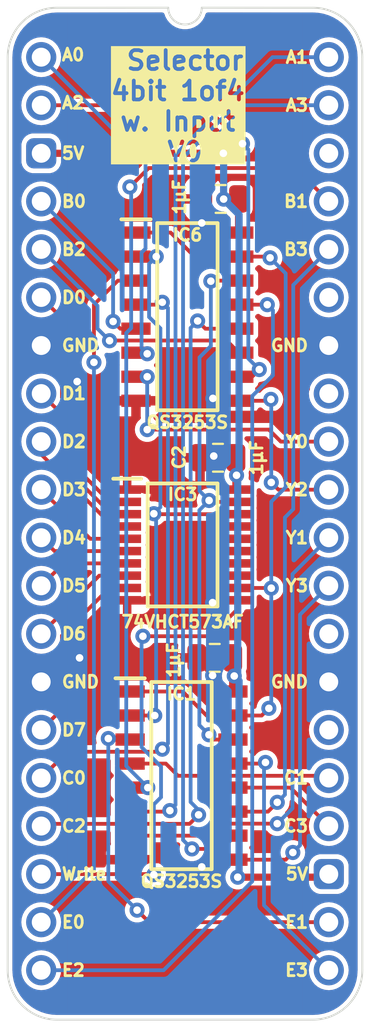
<source format=kicad_pcb>
(kicad_pcb (version 20221018) (generator pcbnew)
  (title_block (title "1 of 4 Selector") (date "2024-03-10") (rev "V0"))
  (layers (0 "F.Cu" signal) (31 "B.Cu" signal) (34 "B.Paste" user) (35 "F.Paste" user) (36 "B.SilkS" user "B.Silkscreen") (37 "F.SilkS" user "F.Silkscreen") (38 "B.Mask" user) (39 "F.Mask" user) (44 "Edge.Cuts" user))
  (net 0 "")
  (net 1 "GND")
  (net 2 "5V")
  (net 3 "D1")
  (net 4 "C1")
  (net 5 "B1")
  (net 6 "A1")
  (net 7 "Y1")
  (net 8 "Y3")
  (net 9 "A3")
  (net 10 "B3")
  (net 11 "C3")
  (net 12 "D3")
  (net 13 "D0")
  (net 14 "C0")
  (net 15 "B0")
  (net 16 "A0")
  (net 17 "Y0")
  (net 18 "Y2")
  (net 19 "A2")
  (net 20 "B2")
  (net 21 "C2")
  (net 22 "D2")
  (net 27 "/~{E}")
  (net 28 "/S1")
  (net 29 "/S0")
  (net 30 "D4")
  (net 31 "D5")
  (net 32 "D6")
  (net 33 "D7")
  (net 34 "Write Select")
  (net 40 "E1")
  (net 41 "E3")
  (net 42 "E0")
  (net 43 "E2")
  (footprint "SamacSys_Parts:SOIC127P602X173-16N" (layer "F.Cu") (at 96.335 96.393)
    (fp_text reference "IC1" (at 0 -4.318) (layer "F.SilkS") (effects (font (size 0.635 0.635))))
    (fp_text value "QS3253S1G" hide)
    (fp_text user "${Silkscreen}" (at 0 5.588) (layer "F.SilkS") (effects (font (size 0.635 0.635))))
    (fp_line (start -3.5 -5.145) (end -1.95 -5.145) (stroke (width 0.2)) (layer "F.SilkS"))
    (fp_line (start -1.6 -4.946) (end 1.6 -4.946) (stroke (width 0.2)) (layer "F.SilkS"))
    (fp_line (start -1.6 4.946) (end -1.6 -4.946) (stroke (width 0.2)) (layer "F.SilkS"))
    (fp_line (start 1.6 -4.946) (end 1.6 4.946) (stroke (width 0.2)) (layer "F.SilkS"))
    (fp_line (start 1.6 4.946) (end -1.6 4.946) (stroke (width 0.2)) (layer "F.SilkS"))
    (pad "1" smd rect (at -2.725 -4.445 90) (size 0.65 1.55) (layers "F.Cu" "F.Paste" "F.Mask") (net 27 "/~{E}"))
    (pad "2" smd rect (at -2.725 -3.175 90) (size 0.65 1.55) (layers "F.Cu" "F.Paste" "F.Mask") (net 28 "/S1"))
    (pad "3" smd rect (at -2.725 -1.905 90) (size 0.65 1.55) (layers "F.Cu" "F.Paste" "F.Mask") (net 40 "E1"))
    (pad "4" smd rect (at -2.725 -0.635 90) (size 0.65 1.55) (layers "F.Cu" "F.Paste" "F.Mask") (net 4 "C1"))
    (pad "5" smd rect (at -2.725 0.635 90) (size 0.65 1.55) (layers "F.Cu" "F.Paste" "F.Mask") (net 5 "B1"))
    (pad "6" smd rect (at -2.725 1.905 90) (size 0.65 1.55) (layers "F.Cu" "F.Paste" "F.Mask") (net 6 "A1"))
    (pad "7" smd rect (at -2.725 3.175 90) (size 0.65 1.55) (layers "F.Cu" "F.Paste" "F.Mask") (net 7 "Y1"))
    (pad "8" smd rect (at -2.725 4.445 90) (size 0.65 1.55) (layers "F.Cu" "F.Paste" "F.Mask") (net 1 "GND"))
    (pad "9" smd rect (at 2.725 4.445 90) (size 0.65 1.55) (layers "F.Cu" "F.Paste" "F.Mask") (net 8 "Y3"))
    (pad "10" smd rect (at 2.725 3.175 90) (size 0.65 1.55) (layers "F.Cu" "F.Paste" "F.Mask") (net 9 "A3"))
    (pad "11" smd rect (at 2.725 1.905 90) (size 0.65 1.55) (layers "F.Cu" "F.Paste" "F.Mask") (net 10 "B3"))
    (pad "12" smd rect (at 2.725 0.635 90) (size 0.65 1.55) (layers "F.Cu" "F.Paste" "F.Mask") (net 11 "C3"))
    (pad "13" smd rect (at 2.725 -0.635 90) (size 0.65 1.55) (layers "F.Cu" "F.Paste" "F.Mask") (net 41 "E3"))
    (pad "14" smd rect (at 2.725 -1.905 90) (size 0.65 1.55) (layers "F.Cu" "F.Paste" "F.Mask") (net 29 "/S0"))
    (pad "15" smd rect (at 2.725 -3.175 90) (size 0.65 1.55) (layers "F.Cu" "F.Paste" "F.Mask") (net 27 "/~{E}"))
    (pad "16" smd rect (at 2.725 -4.445 90) (size 0.65 1.55) (layers "F.Cu" "F.Paste" "F.Mask") (net 2 "5V"))
  )
  (footprint "SamacSys_Parts:SOIC127P602X173-16N" (layer "F.Cu") (at 96.647 72.136)
    (fp_text reference "IC6" (at 0 -4.318) (layer "F.SilkS") (effects (font (size 0.635 0.635))))
    (fp_text value "QS3253S1G" hide)
    (fp_text user "${Silkscreen}" (at 0 5.588) (layer "F.SilkS") (effects (font (size 0.635 0.635))))
    (fp_line (start -3.5 -5.145) (end -1.95 -5.145) (stroke (width 0.2)) (layer "F.SilkS"))
    (fp_line (start -1.6 -4.946) (end 1.6 -4.946) (stroke (width 0.2)) (layer "F.SilkS"))
    (fp_line (start -1.6 4.946) (end -1.6 -4.946) (stroke (width 0.2)) (layer "F.SilkS"))
    (fp_line (start 1.6 -4.946) (end 1.6 4.946) (stroke (width 0.2)) (layer "F.SilkS"))
    (fp_line (start 1.6 4.946) (end -1.6 4.946) (stroke (width 0.2)) (layer "F.SilkS"))
    (pad "1" smd rect (at -2.725 -4.445 90) (size 0.65 1.55) (layers "F.Cu" "F.Paste" "F.Mask") (net 27 "/~{E}"))
    (pad "2" smd rect (at -2.725 -3.175 90) (size 0.65 1.55) (layers "F.Cu" "F.Paste" "F.Mask") (net 28 "/S1"))
    (pad "3" smd rect (at -2.725 -1.905 90) (size 0.65 1.55) (layers "F.Cu" "F.Paste" "F.Mask") (net 42 "E0"))
    (pad "4" smd rect (at -2.725 -0.635 90) (size 0.65 1.55) (layers "F.Cu" "F.Paste" "F.Mask") (net 14 "C0"))
    (pad "5" smd rect (at -2.725 0.635 90) (size 0.65 1.55) (layers "F.Cu" "F.Paste" "F.Mask") (net 15 "B0"))
    (pad "6" smd rect (at -2.725 1.905 90) (size 0.65 1.55) (layers "F.Cu" "F.Paste" "F.Mask") (net 16 "A0"))
    (pad "7" smd rect (at -2.725 3.175 90) (size 0.65 1.55) (layers "F.Cu" "F.Paste" "F.Mask") (net 17 "Y0"))
    (pad "8" smd rect (at -2.725 4.445 90) (size 0.65 1.55) (layers "F.Cu" "F.Paste" "F.Mask") (net 1 "GND"))
    (pad "9" smd rect (at 2.725 4.445 90) (size 0.65 1.55) (layers "F.Cu" "F.Paste" "F.Mask") (net 18 "Y2"))
    (pad "10" smd rect (at 2.725 3.175 90) (size 0.65 1.55) (layers "F.Cu" "F.Paste" "F.Mask") (net 19 "A2"))
    (pad "11" smd rect (at 2.725 1.905 90) (size 0.65 1.55) (layers "F.Cu" "F.Paste" "F.Mask") (net 20 "B2"))
    (pad "12" smd rect (at 2.725 0.635 90) (size 0.65 1.55) (layers "F.Cu" "F.Paste" "F.Mask") (net 21 "C2"))
    (pad "13" smd rect (at 2.725 -0.635 90) (size 0.65 1.55) (layers "F.Cu" "F.Paste" "F.Mask") (net 43 "E2"))
    (pad "14" smd rect (at 2.725 -1.905 90) (size 0.65 1.55) (layers "F.Cu" "F.Paste" "F.Mask") (net 29 "/S0"))
    (pad "15" smd rect (at 2.725 -3.175 90) (size 0.65 1.55) (layers "F.Cu" "F.Paste" "F.Mask") (net 27 "/~{E}"))
    (pad "16" smd rect (at 2.725 -4.445 90) (size 0.65 1.55) (layers "F.Cu" "F.Paste" "F.Mask") (net 2 "5V"))
  )
  (footprint "SamacSys_Parts:DIP-40_Board_W15.24mm" (layer "F.Cu") (at 88.9 58.42)
    (fp_text reference "J2" hide)
    (fp_text value "Conn_02x16_Counter_Clockwise" hide)
    (fp_line (start -1.778 48.26) (end -1.778 0) (stroke (width 0.1)) (layer "Edge.Cuts"))
    (fp_line (start 6.731 -2.6162) (end 0.835732 -2.613732) (stroke (width 0.1)) (layer "Edge.Cuts"))
    (fp_line (start 14.404267 -2.613733) (end 8.509 -2.6162) (stroke (width 0.1)) (layer "Edge.Cuts"))
    (fp_line (start 14.404268 50.873732) (end 0.835733 50.873733) (stroke (width 0.1)) (layer "Edge.Cuts"))
    (fp_line (start 17.018 48.26) (end 17.017999 -0.000001) (stroke (width 0.1)) (layer "Edge.Cuts"))
    (fp_arc (start -1.778 0) (mid -1.012456 -1.848188) (end 0.835732 -2.613732) (stroke (width 0.1)) (layer "Edge.Cuts"))
    (fp_arc (start 0.835733 50.873733) (mid -1.012457 50.108189) (end -1.778 48.26) (stroke (width 0.1)) (layer "Edge.Cuts"))
    (fp_arc (start 8.509 -2.6162) (mid 7.62 -1.7272) (end 6.731 -2.6162) (stroke (width 0.1)) (layer "Edge.Cuts"))
    (fp_arc (start 14.404267 -2.613733) (mid 16.252457 -1.84819) (end 17.017999 -0.000001) (stroke (width 0.1)) (layer "Edge.Cuts"))
    (fp_arc (start 17.018 48.26) (mid 16.252456 50.108187) (end 14.404268 50.873732) (stroke (width 0.1)) (layer "Edge.Cuts"))
    (pad "1" thru_hole circle (at 0 0) (size 1.6 1.6) (drill 1) (layers "*.Cu" "*.Mask") (net 16 "A0"))
    (pad "2" thru_hole oval (at 0 2.54) (size 1.6 1.6) (drill 1) (layers "*.Cu" "*.Mask") (net 19 "A2"))
    (pad "3" thru_hole roundrect (at 0 5.08) (size 1.6 1.6) (drill 1) (layers "*.Cu" "*.Mask") (net 2 "5V"))
    (pad "4" thru_hole oval (at 0 7.62) (size 1.6 1.6) (drill 1) (layers "*.Cu" "*.Mask") (net 15 "B0"))
    (pad "5" thru_hole oval (at 0 10.16) (size 1.6 1.6) (drill 1) (layers "*.Cu" "*.Mask") (net 20 "B2"))
    (pad "6" thru_hole oval (at 0 12.7) (size 1.6 1.6) (drill 1) (layers "*.Cu" "*.Mask") (net 13 "D0"))
    (pad "7" thru_hole rect (at 0 15.24) (size 1.6 1.6) (drill 1) (layers "*.Cu" "*.Mask") (net 1 "GND"))
    (pad "8" thru_hole oval (at 0 17.78) (size 1.6 1.6) (drill 1) (layers "*.Cu" "*.Mask") (net 3 "D1"))
    (pad "9" thru_hole oval (at 0 20.32) (size 1.6 1.6) (drill 1) (layers "*.Cu" "*.Mask") (net 22 "D2"))
    (pad "10" thru_hole oval (at 0 22.86) (size 1.6 1.6) (drill 1) (layers "*.Cu" "*.Mask") (net 12 "D3"))
    (pad "11" thru_hole oval (at 0 25.4) (size 1.6 1.6) (drill 1) (layers "*.Cu" "*.Mask") (net 30 "D4"))
    (pad "12" thru_hole oval (at 0 27.94) (size 1.6 1.6) (drill 1) (layers "*.Cu" "*.Mask") (net 31 "D5"))
    (pad "13" thru_hole oval (at 0 30.48) (size 1.6 1.6) (drill 1) (layers "*.Cu" "*.Mask") (net 32 "D6"))
    (pad "14" thru_hole rect (at 0 33.02) (size 1.6 1.6) (drill 1) (layers "*.Cu" "*.Mask") (net 1 "GND"))
    (pad "15" thru_hole oval (at 0 35.56) (size 1.6 1.6) (drill 1) (layers "*.Cu" "*.Mask") (net 33 "D7"))
    (pad "16" thru_hole oval (at 0 38.1) (size 1.6 1.6) (drill 1) (layers "*.Cu" "*.Mask") (net 14 "C0"))
    (pad "17" thru_hole oval (at 0 40.64) (size 1.6 1.6) (drill 1) (layers "*.Cu" "*.Mask") (net 21 "C2"))
    (pad "18" thru_hole oval (at 0 43.18) (size 1.6 1.6) (drill 1) (layers "*.Cu" "*.Mask") (net 34 "Write Select"))
    (pad "19" thru_hole oval (at 0 45.72) (size 1.6 1.6) (drill 1) (layers "*.Cu" "*.Mask") (net 42 "E0"))
    (pad "20" thru_hole oval (at 0 48.26) (size 1.6 1.6) (drill 1) (layers "*.Cu" "*.Mask") (net 43 "E2"))
    (pad "21" thru_hole oval (at 15.24 48.26) (size 1.6 1.6) (drill 1) (layers "*.Cu" "*.Mask") (net 41 "E3"))
    (pad "22" thru_hole oval (at 15.24 45.72) (size 1.6 1.6) (drill 1) (layers "*.Cu" "*.Mask") (net 40 "E1"))
    (pad "23" thru_hole roundrect (at 15.24 43.18) (size 1.6 1.6) (drill 1) (layers "*.Cu" "*.Mask") (net 2 "5V"))
    (pad "24" thru_hole oval (at 15.24 40.64) (size 1.6 1.6) (drill 1) (layers "*.Cu" "*.Mask") (net 11 "C3"))
    (pad "25" thru_hole oval (at 15.24 38.1) (size 1.6 1.6) (drill 1) (layers "*.Cu" "*.Mask") (net 4 "C1"))
    (pad "26" thru_hole oval (at 15.24 35.56) (size 1.6 1.6) (drill 1) (layers "*.Cu" "*.Mask"))
    (pad "27" thru_hole rect (at 15.24 33.02) (size 1.6 1.6) (drill 1) (layers "*.Cu" "*.Mask") (net 1 "GND"))
    (pad "28" thru_hole oval (at 15.24 30.48) (size 1.6 1.6) (drill 1) (layers "*.Cu" "*.Mask"))
    (pad "29" thru_hole oval (at 15.24 27.94) (size 1.6 1.6) (drill 1) (layers "*.Cu" "*.Mask") (net 8 "Y3"))
    (pad "30" thru_hole oval (at 15.24 25.4) (size 1.6 1.6) (drill 1) (layers "*.Cu" "*.Mask") (net 7 "Y1"))
    (pad "31" thru_hole oval (at 15.24 22.86) (size 1.6 1.6) (drill 1) (layers "*.Cu" "*.Mask") (net 18 "Y2"))
    (pad "32" thru_hole oval (at 15.24 20.32) (size 1.6 1.6) (drill 1) (layers "*.Cu" "*.Mask") (net 17 "Y0"))
    (pad "33" thru_hole oval (at 15.24 17.78) (size 1.6 1.6) (drill 1) (layers "*.Cu" "*.Mask"))
    (pad "34" thru_hole rect (at 15.24 15.24) (size 1.6 1.6) (drill 1) (layers "*.Cu" "*.Mask") (net 1 "GND"))
    (pad "35" thru_hole oval (at 15.24 12.7) (size 1.6 1.6) (drill 1) (layers "*.Cu" "*.Mask"))
    (pad "36" thru_hole oval (at 15.24 10.16) (size 1.6 1.6) (drill 1) (layers "*.Cu" "*.Mask") (net 10 "B3"))
    (pad "37" thru_hole oval (at 15.24 7.62) (size 1.6 1.6) (drill 1) (layers "*.Cu" "*.Mask") (net 5 "B1"))
    (pad "38" thru_hole oval (at 15.24 5.08) (size 1.6 1.6) (drill 1) (layers "*.Cu" "*.Mask"))
    (pad "39" thru_hole oval (at 15.24 2.54) (size 1.6 1.6) (drill 1) (layers "*.Cu" "*.Mask") (net 9 "A3"))
    (pad "40" thru_hole oval (at 15.24 0) (size 1.6 1.6) (drill 1) (layers "*.Cu" "*.Mask") (net 6 "A1"))
  )
  (footprint "SamacSys_Parts:C_0805" (layer "F.Cu") (at 98.113 90.17 90)
    (fp_text reference "C3" hide)
    (fp_text value "1μF" (at -0.127 -2.195 90) (layer "F.SilkS") (effects (font (size 0.635 0.635))))
    (fp_line (start -0.735 0.245252) (end -0.735 -0.277252) (stroke (width 0.12)) (layer "F.SilkS"))
    (fp_line (start 0.735 0.245252) (end 0.735 -0.277252) (stroke (width 0.12)) (layer "F.SilkS"))
    (pad "1" smd roundrect (at 0 0.934 180) (size 1 1.45) (layers "F.Cu" "F.Paste" "F.Mask") (net 2 "5V"))
    (pad "2" smd roundrect (at 0 -0.966 180) (size 1 1.45) (layers "F.Cu" "F.Paste" "F.Mask") (net 1 "GND"))
  )
  (footprint "SamacSys_Parts:C_0805" (layer "F.Cu") (at 98.425 65.913 90)
    (fp_text reference "C1" hide)
    (fp_text value "1μF" (at 0.1016 -2.1962 270) (layer "F.SilkS") (effects (font (size 0.635 0.635))))
    (fp_line (start -0.735 0.245252) (end -0.735 -0.277252) (stroke (width 0.12)) (layer "F.SilkS"))
    (fp_line (start 0.735 0.245252) (end 0.735 -0.277252) (stroke (width 0.12)) (layer "F.SilkS"))
    (pad "1" smd roundrect (at 0 0.934 180) (size 1 1.45) (layers "F.Cu" "F.Paste" "F.Mask") (net 2 "5V"))
    (pad "2" smd roundrect (at 0 -0.966 180) (size 1 1.45) (layers "F.Cu" "F.Paste" "F.Mask") (net 1 "GND"))
  )
  (footprint "SamacSys_Parts:SOP65P640X120-20N" (layer "F.Cu") (at 96.393 84.201)
    (fp_text reference "IC3" (at 0 -2.667) (layer "F.SilkS") (effects (font (size 0.635 0.635))))
    (fp_text value "74VHCT573AFT" hide)
    (fp_text user "${Silkscreen}" (at 0 4.064) (layer "F.SilkS") (effects (font (size 0.635 0.635))))
    (fp_line (start -3.675 -3.5) (end -2.2 -3.5) (stroke (width 0.2)) (layer "F.SilkS"))
    (fp_line (start -1.85 -3.25) (end 1.85 -3.25) (stroke (width 0.2)) (layer "F.SilkS"))
    (fp_line (start -1.85 3.25) (end -1.85 -3.25) (stroke (width 0.2)) (layer "F.SilkS"))
    (fp_line (start 1.85 -3.25) (end 1.85 3.25) (stroke (width 0.2)) (layer "F.SilkS"))
    (fp_line (start 1.85 3.25) (end -1.85 3.25) (stroke (width 0.2)) (layer "F.SilkS"))
    (pad "1" smd rect (at -2.938 -2.925 90) (size 0.45 1.475) (layers "F.Cu" "F.Paste" "F.Mask") (net 1 "GND"))
    (pad "2" smd rect (at -2.938 -2.275 90) (size 0.45 1.475) (layers "F.Cu" "F.Paste" "F.Mask") (net 13 "D0"))
    (pad "3" smd rect (at -2.938 -1.625 90) (size 0.45 1.475) (layers "F.Cu" "F.Paste" "F.Mask") (net 3 "D1"))
    (pad "4" smd rect (at -2.938 -0.975 90) (size 0.45 1.475) (layers "F.Cu" "F.Paste" "F.Mask") (net 22 "D2"))
    (pad "5" smd rect (at -2.938 -0.325 90) (size 0.45 1.475) (layers "F.Cu" "F.Paste" "F.Mask") (net 12 "D3"))
    (pad "6" smd rect (at -2.938 0.325 90) (size 0.45 1.475) (layers "F.Cu" "F.Paste" "F.Mask") (net 30 "D4"))
    (pad "7" smd rect (at -2.938 0.975 90) (size 0.45 1.475) (layers "F.Cu" "F.Paste" "F.Mask") (net 31 "D5"))
    (pad "8" smd rect (at -2.938 1.625 90) (size 0.45 1.475) (layers "F.Cu" "F.Paste" "F.Mask") (net 32 "D6"))
    (pad "9" smd rect (at -2.938 2.275 90) (size 0.45 1.475) (layers "F.Cu" "F.Paste" "F.Mask") (net 33 "D7"))
    (pad "10" smd rect (at -2.938 2.925 90) (size 0.45 1.475) (layers "F.Cu" "F.Paste" "F.Mask") (net 1 "GND"))
    (pad "11" smd rect (at 2.938 2.925 90) (size 0.45 1.475) (layers "F.Cu" "F.Paste" "F.Mask") (net 34 "Write Select"))
    (pad "12" smd rect (at 2.938 2.275 90) (size 0.45 1.475) (layers "F.Cu" "F.Paste" "F.Mask") (net 27 "/~{E}"))
    (pad "13" smd rect (at 2.938 1.625 90) (size 0.45 1.475) (layers "F.Cu" "F.Paste" "F.Mask"))
    (pad "14" smd rect (at 2.938 0.975 90) (size 0.45 1.475) (layers "F.Cu" "F.Paste" "F.Mask"))
    (pad "15" smd rect (at 2.938 0.325 90) (size 0.45 1.475) (layers "F.Cu" "F.Paste" "F.Mask"))
    (pad "16" smd rect (at 2.938 -0.325 90) (size 0.45 1.475) (layers "F.Cu" "F.Paste" "F.Mask"))
    (pad "17" smd rect (at 2.938 -0.975 90) (size 0.45 1.475) (layers "F.Cu" "F.Paste" "F.Mask"))
    (pad "18" smd rect (at 2.938 -1.625 90) (size 0.45 1.475) (layers "F.Cu" "F.Paste" "F.Mask") (net 28 "/S1"))
    (pad "19" smd rect (at 2.938 -2.275 90) (size 0.45 1.475) (layers "F.Cu" "F.Paste" "F.Mask") (net 29 "/S0"))
    (pad "20" smd rect (at 2.938 -2.925 90) (size 0.45 1.475) (layers "F.Cu" "F.Paste" "F.Mask") (net 2 "5V"))
  )
  (footprint "SamacSys_Parts:C_0805" (layer "F.Cu") (at 98.284 79.593 90)
    (fp_text reference "C2" (at 0.027 -2.075 90) (layer "F.SilkS") (effects (font (size 0.635 0.635))))
    (fp_text value "1μF" (at 0 2.032 90) (layer "F.SilkS") (effects (font (size 0.635 0.635))))
    (fp_line (start -0.735 0.245252) (end -0.735 -0.277252) (stroke (width 0.12)) (layer "F.SilkS"))
    (fp_line (start 0.735 0.245252) (end 0.735 -0.277252) (stroke (width 0.12)) (layer "F.SilkS"))
    (pad "1" smd roundrect (at 0 0.934 180) (size 1 1.45) (layers "F.Cu" "F.Paste" "F.Mask") (net 2 "5V"))
    (pad "2" smd roundrect (at 0 -0.966 180) (size 1 1.45) (layers "F.Cu" "F.Paste" "F.Mask") (net 1 "GND"))
  )
  (gr_text "E0" (at 89.916 104.14) (layer "F.SilkS") (effects (font (size 0.635 0.635)) (justify left)))
  (gr_text "B0" (at 89.916 66.04) (layer "F.SilkS") (effects (font (size 0.635 0.635)) (justify left)))
  (gr_text "D5" (at 89.916 86.36) (layer "F.SilkS") (effects (font (size 0.635 0.635)) (justify left)))
  (gr_text "Y3" (at 103.124 86.36) (layer "F.SilkS") (effects (font (size 0.635 0.635)) (justify right)))
  (gr_text "A3" (at 103.124 60.96) (layer "F.SilkS") (effects (font (size 0.635 0.635)) (justify right)))
  (gr_text "5V" (at 89.916 63.5) (layer "F.SilkS") (effects (font (size 0.635 0.635)) (justify left)))
  (gr_text "5V" (at 103.124 101.6) (layer "F.SilkS") (effects (font (size 0.635 0.635)) (justify right)))
  (gr_text "A1" (at 103.124 58.42) (layer "F.SilkS") (effects (font (size 0.635 0.635)) (justify right)))
  (gr_text "GND" (at 89.916 91.44) (layer "F.SilkS") (effects (font (size 0.635 0.635)) (justify left)))
  (gr_text "E3" (at 103.124 106.68) (layer "F.SilkS") (effects (font (size 0.635 0.635)) (justify right)))
  (gr_text "A0" (at 89.916 58.293) (layer "F.SilkS") (effects (font (size 0.635 0.635)) (justify left)))
  (gr_text "GND" (at 103.124 91.44) (layer "F.SilkS") (effects (font (size 0.635 0.635)) (justify right)))
  (gr_text "E1" (at 103.124 104.14) (layer "F.SilkS") (effects (font (size 0.635 0.635)) (justify right)))
  (gr_text "B1" (at 103.124 66.04) (layer "F.SilkS") (effects (font (size 0.635 0.635)) (justify right)))
  (gr_text "Write" (at 89.916 101.6) (layer "F.SilkS") (effects (font (size 0.635 0.635)) (justify left)))
  (gr_text "B2" (at 89.916 68.58) (layer "F.SilkS") (effects (font (size 0.635 0.635)) (justify left)))
  (gr_text "Y2" (at 103.124 81.28) (layer "F.SilkS") (effects (font (size 0.635 0.635)) (justify right)))
  (gr_text "Y1" (at 103.124 83.82) (layer "F.SilkS") (effects (font (size 0.635 0.635)) (justify right)))
  (gr_text "A2" (at 89.916 60.833) (layer "F.SilkS") (effects (font (size 0.635 0.635)) (justify left)))
  (gr_text "D3" (at 89.916 81.28) (layer "F.SilkS") (effects (font (size 0.635 0.635)) (justify left)))
  (gr_text "D2" (at 89.916 78.74) (layer "F.SilkS") (effects (font (size 0.635 0.635)) (justify left)))
  (gr_text "C1" (at 103.124 96.52) (layer "F.SilkS") (effects (font (size 0.635 0.635)) (justify right)))
  (gr_text "C3" (at 103.124 99.06) (layer "F.SilkS") (effects (font (size 0.635 0.635)) (justify right)))
  (gr_text "D0" (at 89.916 71.12) (layer "F.SilkS") (effects (font (size 0.635 0.635)) (justify left)))
  (gr_text "D1" (at 89.916 76.2) (layer "F.SilkS") (effects (font (size 0.635 0.635)) (justify left)))
  (gr_text "D6" (at 89.916 88.9) (layer "F.SilkS") (effects (font (size 0.635 0.635)) (justify left)))
  (gr_text "Y0" (at 103.124 78.74) (layer "F.SilkS") (effects (font (size 0.635 0.635)) (justify right)))
  (gr_text "GND" (at 103.124 73.66) (layer "F.SilkS") (effects (font (size 0.635 0.635)) (justify right)))
  (gr_text "B3" (at 103.124 68.58) (layer "F.SilkS") (effects (font (size 0.635 0.635)) (justify right)))
  (gr_text "D7" (at 89.916 93.98) (layer "F.SilkS") (effects (font (size 0.635 0.635)) (justify left)))
  (gr_text "Selector\n4bit 1of4 \nw. Input \nV0" (at 96.52 64.008) (layer "F.SilkS" knockout) (effects (font (size 1 1) (thickness 0.2) bold) (justify bottom)))
  (gr_text "D4" (at 89.916 83.82) (layer "F.SilkS") (effects (font (size 0.635 0.635)) (justify left)))
  (gr_text "C2" (at 89.916 99.06) (layer "F.SilkS") (effects (font (size 0.635 0.635)) (justify left)))
  (gr_text "E2" (at 89.916 106.68) (layer "F.SilkS") (effects (font (size 0.635 0.635)) (justify left)))
  (gr_text "C0" (at 89.916 96.52) (layer "F.SilkS") (effects (font (size 0.635 0.635)) (justify left)))
  (gr_text "GND" (at 89.916 73.66) (layer "F.SilkS") (effects (font (size 0.635 0.635)) (justify left)))
  (segment (start 90.932 90.17) (end 97.147 90.17) (width 0.38) (layer "F.Cu") (net 1))
  (segment (start 97.997498 76.454) (end 97.870498 76.581) (width 0.38) (layer "F.Cu") (net 1))
  (segment (start 97.997498 76.454) (end 97.997498 77.086498) (width 0.38) (layer "F.Cu") (net 1))
  (segment (start 98.207 77.296) (end 101.6 77.296) (width 0.38) (layer "F.Cu") (net 1))
  (segment (start 97.459 67.133) (end 97.409 67.183) (width 0.38) (layer "F.Cu") (net 1))
  (segment (start 97.147 90.17) (end 97.982 91.005) (width 0.38) (layer "F.Cu") (net 1))
  (segment (start 93.61 100.838) (end 95.377 100.838) (width 0.38) (layer "F.Cu") (net 1))
  (segment (start 97.997498 77.086498) (end 98.207 77.296) (width 0.38) (layer "F.Cu") (net 1))
  (segment (start 97.859 87.126) (end 97.982 87.249) (width 0.38) (layer "F.Cu") (net 1))
  (segment (start 97.953002 79.593) (end 98.044 79.502002) (width 0.38) (layer "F.Cu") (net 1))
  (segment (start 95.377 100.838) (end 95.758 101.219) (width 0.38) (layer "F.Cu") (net 1))
  (segment (start 97.459 65.913) (end 97.459 67.133) (width 0.38) (layer "F.Cu") (net 1))
  (segment (start 95.758 101.219) (end 97.409 101.219) (width 0.38) (layer "F.Cu") (net 1))
  (segment (start 102.362 71.882) (end 102.362 67.285903) (width 0.38) (layer "F.Cu") (net 1))
  (segment (start 98.531903 89.055) (end 97.416903 90.17) (width 0.38) (layer "F.Cu") (net 1))
  (segment (start 101.6 77.296) (end 102.95 75.946) (width 0.38) (layer "F.Cu") (net 1))
  (segment (start 101.755 89.055) (end 98.531903 89.055) (width 0.38) (layer "F.Cu") (net 1))
  (segment (start 93.922 76.581) (end 91.820996 76.581) (width 0.38) (layer "F.Cu") (net 1))
  (segment (start 98.171 64.77) (end 97.459 65.482) (width 0.38) (layer "F.Cu") (net 1))
  (segment (start 91.820996 76.581) (end 90.804996 75.565) (width 0.38) (layer "F.Cu") (net 1))
  (segment (start 104.14 73.66) (end 102.362 71.882) (width 0.38) (layer "F.Cu") (net 1))
  (segment (start 104.14 91.44) (end 101.755 89.055) (width 0.38) (layer "F.Cu") (net 1))
  (segment (start 102.95 75.946) (end 102.95 74.85) (width 0.38) (layer "F.Cu") (net 1))
  (segment (start 97.982 91.005) (end 97.982 91.098672) (width 0.38) (layer "F.Cu") (net 1))
  (segment (start 99.846097 64.77) (end 98.171 64.77) (width 0.38) (layer "F.Cu") (net 1))
  (segment (start 97.318 79.593) (end 97.953002 79.593) (width 0.38) (layer "F.Cu") (net 1))
  (segment (start 93.455 87.126) (end 97.859 87.126) (width 0.38) (layer "F.Cu") (net 1))
  (segment (start 97.870498 76.581) (end 93.922 76.581) (width 0.38) (layer "F.Cu") (net 1))
  (segment (start 102.362 67.285903) (end 99.846097 64.77) (width 0.38) (layer "F.Cu") (net 1))
  (segment (start 102.95 74.85) (end 104.14 73.66) (width 0.38) (layer "F.Cu") (net 1))
  (via (at 97.997498 76.454) (size 0.8) (drill 0.4) (layers "F.Cu" "B.Cu") (net 1))
  (via (at 90.932 90.17) (size 0.8) (drill 0.4) (layers "F.Cu" "B.Cu") (net 1))
  (via (at 97.982 91.098672) (size 0.8) (drill 0.4) (layers "F.Cu" "B.Cu") (net 1))
  (via (at 97.982 87.249) (size 0.8) (drill 0.4) (layers "F.Cu" "B.Cu") (net 1))
  (via (at 97.409 101.219) (size 0.8) (drill 0.4) (layers "F.Cu" "B.Cu") (net 1))
  (via (at 97.409 67.183) (size 0.8) (drill 0.4) (layers "F.Cu" "B.Cu") (net 1))
  (via (at 90.804996 75.565) (size 0.8) (drill 0.4) (layers "F.Cu" "B.Cu") (net 1))
  (via (at 98.044 79.502002) (size 0.8) (drill 0.4) (layers "F.Cu" "B.Cu") (net 1))
  (segment (start 97.409 68.199) (end 98.679 69.469) (width 0.38) (layer "B.Cu") (net 1))
  (segment (start 98.679 69.469) (end 98.679 74.168) (width 0.38) (layer "B.Cu") (net 1))
  (segment (start 89.662 91.44) (end 90.932 90.17) (width 0.38) (layer "B.Cu") (net 1))
  (segment (start 98.044 79.502002) (end 98.044 80.980807) (width 0.38) (layer "B.Cu") (net 1))
  (segment (start 97.997498 79.4555) (end 98.044 79.502002) (width 0.38) (layer "B.Cu") (net 1))
  (segment (start 97.409 67.183) (end 97.409 68.199) (width 0.38) (layer "B.Cu") (net 1))
  (segment (start 90.804996 75.564996) (end 90.804996 75.565) (width 0.38) (layer "B.Cu") (net 1))
  (segment (start 98.806 91.922672) (end 97.982 91.098672) (width 0.38) (layer "B.Cu") (net 1))
  (segment (start 98.679 74.168) (end 98.425 74.422) (width 0.38) (layer "B.Cu") (net 1))
  (segment (start 98.585974 81.522781) (end 98.585974 86.645026) (width 0.38) (layer "B.Cu") (net 1))
  (segment (start 88.9 91.44) (end 89.662 91.44) (width 0.38) (layer "B.Cu") (net 1))
  (segment (start 98.585974 86.645026) (end 97.982 87.249) (width 0.38) (layer "B.Cu") (net 1))
  (segment (start 97.997498 76.454) (end 97.997498 79.4555) (width 0.38) (layer "B.Cu") (net 1))
  (segment (start 98.806 99.822) (end 98.806 91.922672) (width 0.38) (layer "B.Cu") (net 1))
  (segment (start 97.409 101.219) (end 98.806 99.822) (width 0.38) (layer "B.Cu") (net 1))
  (segment (start 98.425 74.422) (end 97.997498 74.849502) (width 0.38) (layer "B.Cu") (net 1))
  (segment (start 97.997498 74.849502) (end 97.997498 76.454) (width 0.38) (layer "B.Cu") (net 1))
  (segment (start 98.044 80.980807) (end 98.585974 81.522781) (width 0.38) (layer "B.Cu") (net 1))
  (segment (start 88.9 73.66) (end 90.804996 75.564996) (width 0.38) (layer "B.Cu") (net 1))
  (segment (start 99.047 90.17) (end 99.047 91.046442) (width 0.38) (layer "F.Cu") (net 2))
  (segment (start 99.218 79.593) (end 99.218 81.163) (width 0.38) (layer "F.Cu") (net 2))
  (segment (start 99.314 101.762502) (end 103.977498 101.762502) (width 0.38) (layer "F.Cu") (net 2))
  (segment (start 98.425 63.5) (end 98.425002 63.499998) (width 0.38) (layer "F.Cu") (net 2))
  (segment (start 99.218 80.484) (end 99.252 80.518) (width 0.38) (layer "F.Cu") (net 2))
  (segment (start 88.9 63.5) (end 98.425 63.5) (width 0.38) (layer "F.Cu") (net 2))
  (segment (start 99.047 90.17) (end 99.047 91.935) (width 0.38) (layer "F.Cu") (net 2))
  (segment (start 98.425002 63.499998) (end 98.552 63.499998) (width 0.38) (layer "F.Cu") (net 2))
  (segment (start 99.359 65.913) (end 98.57623 65.913) (width 0.38) (layer "F.Cu") (net 2))
  (segment (start 99.359 65.913) (end 99.359 67.678) (width 0.38) (layer "F.Cu") (net 2))
  (segment (start 98.57623 65.913) (end 98.567365 65.921865) (width 0.38) (layer "F.Cu") (net 2))
  (segment (start 99.047 91.046442) (end 99.129715 91.129157) (width 0.38) (layer "F.Cu") (net 2))
  (segment (start 99.218 79.593) (end 99.218 80.484) (width 0.38) (layer "F.Cu") (net 2))
  (segment (start 99.218 81.163) (end 99.331 81.276) (width 0.38) (layer "F.Cu") (net 2))
  (via (at 98.552 63.499998) (size 0.8) (drill 0.4) (layers "F.Cu" "B.Cu") (net 2))
  (via (at 98.567365 65.921865) (size 0.8) (drill 0.4) (layers "F.Cu" "B.Cu") (net 2))
  (via (at 99.252 80.518) (size 0.8) (drill 0.4) (layers "F.Cu" "B.Cu") (net 2))
  (via (at 99.129715 91.129157) (size 0.8) (drill 0.4) (layers "F.Cu" "B.Cu") (net 2))
  (via (at 99.314 101.762502) (size 0.8) (drill 0.4) (layers "F.Cu" "B.Cu") (net 2))
  (segment (start 98.552 63.499998) (end 98.567365 63.515363) (width 0.38) (layer "B.Cu") (net 2))
  (segment (start 99.386 101.690502) (end 99.386 91.385442) (width 0.38) (layer "B.Cu") (net 2))
  (segment (start 98.567365 65.921865) (end 99.386 66.7405) (width 0.38) (layer "B.Cu") (net 2))
  (segment (start 98.567365 63.515363) (end 98.567365 65.921865) (width 0.38) (layer "B.Cu") (net 2))
  (segment (start 99.314 101.762502) (end 99.386 101.690502) (width 0.38) (layer "B.Cu") (net 2))
  (segment (start 99.386 66.7405) (end 99.386 80.384) (width 0.38) (layer "B.Cu") (net 2))
  (segment (start 99.252 80.518) (end 99.314 80.58) (width 0.38) (layer "B.Cu") (net 2))
  (segment (start 99.314 90.944872) (end 99.129715 91.129157) (width 0.38) (layer "B.Cu") (net 2))
  (segment (start 99.386 91.385442) (end 99.129715 91.129157) (width 0.38) (layer "B.Cu") (net 2))
  (segment (start 99.314 80.58) (end 99.314 90.944872) (width 0.38) (layer "B.Cu") (net 2))
  (segment (start 99.386 80.384) (end 99.252 80.518) (width 0.38) (layer "B.Cu") (net 2))
  (segment (start 90.043 79.992184) (end 90.043 77.343) (width 0.2) (layer "F.Cu") (net 3))
  (segment (start 92.626816 82.576) (end 90.043 79.992184) (width 0.2) (layer "F.Cu") (net 3))
  (segment (start 93.455 82.576) (end 92.626816 82.576) (width 0.2) (layer "F.Cu") (net 3))
  (segment (start 90.043 77.343) (end 88.9 76.2) (width 0.2) (layer "F.Cu") (net 3))
  (segment (start 96.149 96.403) (end 95.504 95.758) (width 0.2) (layer "F.Cu") (net 4))
  (segment (start 104.023 96.403) (end 96.149 96.403) (width 0.2) (layer "F.Cu") (net 4))
  (segment (start 95.504 95.758) (end 93.61 95.758) (width 0.2) (layer "F.Cu") (net 4))
  (segment (start 102.38 64.28) (end 94.597 64.28) (width 0.2) (layer "F.Cu") (net 5))
  (segment (start 104.14 66.04) (end 102.38 64.28) (width 0.2) (layer "F.Cu") (net 5))
  (segment (start 94.597 64.28) (end 93.599 65.278) (width 0.2) (layer "F.Cu") (net 5))
  (segment (start 93.61 97.028) (end 94.549998 97.028) (width 0.2) (layer "F.Cu") (net 5))
  (via (at 93.599 65.278) (size 0.8) (drill 0.4) (layers "F.Cu" "B.Cu") (net 5))
  (via (at 94.549998 97.028) (size 0.8) (drill 0.4) (layers "F.Cu" "B.Cu") (net 5))
  (segment (start 93.407 72.99796) (end 93.407 95.885002) (width 0.2) (layer "B.Cu") (net 5))
  (segment (start 93.407 95.885002) (end 94.549998 97.028) (width 0.2) (layer "B.Cu") (net 5))
  (segment (start 93.599 65.278) (end 93.667 65.346) (width 0.2) (layer "B.Cu") (net 5))
  (segment (start 93.667 72.73796) (end 93.407 72.99796) (width 0.2) (layer "B.Cu") (net 5))
  (segment (start 93.667 65.346) (end 93.667 72.73796) (width 0.2) (layer "B.Cu") (net 5))
  (segment (start 93.61 98.298) (end 95.662 98.298) (width 0.2) (layer "F.Cu") (net 6))
  (segment (start 95.662 98.298) (end 95.717 98.243) (width 0.2) (layer "F.Cu") (net 6))
  (via (at 95.717 98.243) (size 0.8) (drill 0.4) (layers "F.Cu" "B.Cu") (net 6))
  (segment (start 101.161315 58.42) (end 96.017 63.564315) (width 0.2) (layer "B.Cu") (net 6))
  (segment (start 104.14 58.42) (end 101.161315 58.42) (width 0.2) (layer "B.Cu") (net 6))
  (segment (start 96.017 63.564315) (end 96.017 97.943) (width 0.2) (layer "B.Cu") (net 6))
  (segment (start 96.017 97.943) (end 95.717 98.243) (width 0.2) (layer "B.Cu") (net 6))
  (segment (start 97.438847 99.568) (end 98.073847 98.933) (width 0.2) (layer "F.Cu") (net 7))
  (segment (start 93.61 99.568) (end 97.438847 99.568) (width 0.2) (layer "F.Cu") (net 7))
  (segment (start 98.073847 98.933) (end 101.408008 98.933) (width 0.2) (layer "F.Cu") (net 7))
  (via (at 101.408008 98.933) (size 0.8) (drill 0.4) (layers "F.Cu" "B.Cu") (net 7))
  (segment (start 102.216 98.125008) (end 101.408008 98.933) (width 0.2) (layer "B.Cu") (net 7))
  (segment (start 104.14 83.82) (end 102.216 85.744) (width 0.2) (layer "B.Cu") (net 7))
  (segment (start 102.216 85.744) (end 102.216 98.125008) (width 0.2) (layer "B.Cu") (net 7))
  (segment (start 101.854 100.838) (end 102.235 100.457) (width 0.2) (layer "F.Cu") (net 8))
  (segment (start 99.06 100.838) (end 101.854 100.838) (width 0.2) (layer "F.Cu") (net 8))
  (via (at 102.235 100.457) (size 0.8) (drill 0.4) (layers "F.Cu" "B.Cu") (net 8))
  (segment (start 104.14 86.36) (end 102.616 87.884) (width 0.2) (layer "B.Cu") (net 8))
  (segment (start 102.616 87.884) (end 102.616 100.076) (width 0.2) (layer "B.Cu") (net 8))
  (segment (start 102.616 100.076) (end 102.235 100.457) (width 0.2) (layer "B.Cu") (net 8))
  (segment (start 97.91 100.268) (end 96.887689 100.268) (width 0.2) (layer "F.Cu") (net 9))
  (segment (start 98.61 99.568) (end 97.91 100.268) (width 0.2) (layer "F.Cu") (net 9))
  (via (at 96.887689 100.268) (size 0.8) (drill 0.4) (layers "F.Cu" "B.Cu") (net 9))
  (segment (start 96.417 63.73) (end 99.187 60.96) (width 0.2) (layer "B.Cu") (net 9))
  (segment (start 96.887689 100.268) (end 96.417 99.797311) (width 0.2) (layer "B.Cu") (net 9))
  (segment (start 96.417 99.797311) (end 96.417 63.73) (width 0.2) (layer "B.Cu") (net 9))
  (segment (start 99.187 60.96) (end 104.14 60.96) (width 0.2) (layer "B.Cu") (net 9))
  (segment (start 100.917906 98.298) (end 101.409907 97.805999) (width 0.2) (layer "F.Cu") (net 10))
  (segment (start 99.06 98.298) (end 100.917906 98.298) (width 0.2) (layer "F.Cu") (net 10))
  (via (at 101.409907 97.805999) (size 0.8) (drill 0.4) (layers "F.Cu" "B.Cu") (net 10))
  (segment (start 101.816 82.749658) (end 101.816 97.399906) (width 0.2) (layer "B.Cu") (net 10))
  (segment (start 102.2555 82.310158) (end 101.816 82.749658) (width 0.2) (layer "B.Cu") (net 10))
  (segment (start 101.816 97.399906) (end 101.409907 97.805999) (width 0.2) (layer "B.Cu") (net 10))
  (segment (start 104.14 68.58) (end 102.2555 70.4645) (width 0.2) (layer "B.Cu") (net 10))
  (segment (start 102.2555 70.4645) (end 102.2555 82.310158) (width 0.2) (layer "B.Cu") (net 10))
  (segment (start 102.108 97.028) (end 104.14 99.06) (width 0.2) (layer "F.Cu") (net 11))
  (segment (start 99.06 97.028) (end 102.108 97.028) (width 0.2) (layer "F.Cu") (net 11))
  (segment (start 93.455 83.876) (end 91.496 83.876) (width 0.2) (layer "F.Cu") (net 12))
  (segment (start 91.496 83.876) (end 88.9 81.28) (width 0.2) (layer "F.Cu") (net 12))
  (segment (start 88.9 71.12) (end 90 72.22) (width 0.2) (layer "F.Cu") (net 13))
  (segment (start 90 76.411) (end 90.551 76.962) (width 0.2) (layer "F.Cu") (net 13))
  (segment (start 92.542502 81.926) (end 93.455 81.926) (width 0.2) (layer "F.Cu") (net 13))
  (segment (start 90 72.22) (end 90 76.411) (width 0.2) (layer "F.Cu") (net 13))
  (segment (start 90.551 76.962) (end 90.551 79.934498) (width 0.2) (layer "F.Cu") (net 13))
  (segment (start 90.551 79.934498) (end 92.542502 81.926) (width 0.2) (layer "F.Cu") (net 13))
  (segment (start 95.19 71.501) (end 95.317 71.374) (width 0.2) (layer "F.Cu") (net 14))
  (segment (start 93.922 71.501) (end 95.19 71.501) (width 0.2) (layer "F.Cu") (net 14))
  (segment (start 90.287 95.133) (end 95.18 95.133) (width 0.2) (layer "F.Cu") (net 14))
  (segment (start 95.18 95.133) (end 95.317 94.996) (width 0.2) (layer "F.Cu") (net 14))
  (segment (start 88.9 96.52) (end 90.287 95.133) (width 0.2) (layer "F.Cu") (net 14))
  (via (at 95.317 71.374) (size 0.8) (drill 0.4) (layers "F.Cu" "B.Cu") (net 14))
  (via (at 95.317 94.996) (size 0.8) (drill 0.4) (layers "F.Cu" "B.Cu") (net 14))
  (segment (start 95.617 94.696) (end 95.617 71.674) (width 0.2) (layer "B.Cu") (net 14))
  (segment (start 95.617 71.674) (end 95.317 71.374) (width 0.2) (layer "B.Cu") (net 14))
  (segment (start 95.317 94.996) (end 95.617 94.696) (width 0.2) (layer "B.Cu") (net 14))
  (segment (start 93.091 72.771) (end 92.71 72.39) (width 0.2) (layer "F.Cu") (net 15))
  (segment (start 93.922 72.771) (end 93.091 72.771) (width 0.2) (layer "F.Cu") (net 15))
  (via (at 92.71 72.39) (size 0.8) (drill 0.4) (layers "F.Cu" "B.Cu") (net 15))
  (segment (start 88.9 66.04) (end 92.71 69.85) (width 0.2) (layer "B.Cu") (net 15))
  (segment (start 92.71 69.85) (end 92.71 72.39) (width 0.2) (layer "B.Cu") (net 15))
  (via (at 94.517 74.096008) (size 0.8) (drill 0.4) (layers "F.Cu" "B.Cu") (net 16))
  (segment (start 94.428 63.948) (end 94.428 68.53905) (width 0.2) (layer "B.Cu") (net 16))
  (segment (start 94.217 73.796008) (end 94.517 74.096008) (width 0.2) (layer "B.Cu") (net 16))
  (segment (start 94.217 68.75005) (end 94.217 73.796008) (width 0.2) (layer "B.Cu") (net 16))
  (segment (start 94.428 68.53905) (end 94.217 68.75005) (width 0.2) (layer "B.Cu") (net 16))
  (segment (start 88.9 58.42) (end 94.428 63.948) (width 0.2) (layer "B.Cu") (net 16))
  (segment (start 100.965 78.105) (end 94.517 78.105) (width 0.2) (layer "F.Cu") (net 17))
  (segment (start 101.6 78.74) (end 100.965 78.105) (width 0.2) (layer "F.Cu") (net 17))
  (segment (start 104.14 78.74) (end 101.6 78.74) (width 0.2) (layer "F.Cu") (net 17))
  (via (at 94.517 78.105) (size 0.8) (drill 0.4) (layers "F.Cu" "B.Cu") (net 17))
  (via (at 94.517 75.311) (size 0.8) (drill 0.4) (layers "F.Cu" "B.Cu") (net 17))
  (segment (start 94.517 75.311) (end 94.517 78.105) (width 0.2) (layer "B.Cu") (net 17))
  (segment (start 104.14 81.28) (end 101.473 81.28) (width 0.2) (layer "F.Cu") (net 18))
  (segment (start 99.372 76.581) (end 100.995995 76.581) (width 0.2) (layer "F.Cu") (net 18))
  (segment (start 100.995995 76.581) (end 101.070995 76.506) (width 0.2) (layer "F.Cu") (net 18))
  (segment (start 101.473 81.28) (end 101.092 80.899) (width 0.2) (layer "F.Cu") (net 18))
  (via (at 101.070995 76.506) (size 0.8) (drill 0.4) (layers "F.Cu" "B.Cu") (net 18))
  (via (at 101.092 80.899) (size 0.8) (drill 0.4) (layers "F.Cu" "B.Cu") (net 18))
  (segment (start 101.092 80.899) (end 101.092 76.527005) (width 0.2) (layer "B.Cu") (net 18))
  (segment (start 101.092 76.527005) (end 101.070995 76.506) (width 0.2) (layer "B.Cu") (net 18))
  (segment (start 97.536002 60.96) (end 99.568 62.991998) (width 0.2) (layer "F.Cu") (net 19))
  (segment (start 100.076 75.311) (end 100.457 74.93) (width 0.2) (layer "F.Cu") (net 19))
  (segment (start 99.372 75.311) (end 100.076 75.311) (width 0.2) (layer "F.Cu") (net 19))
  (segment (start 88.9 60.96) (end 97.536002 60.96) (width 0.2) (layer "F.Cu") (net 19))
  (via (at 100.457 74.93) (size 0.8) (drill 0.4) (layers "F.Cu" "B.Cu") (net 19))
  (via (at 99.568 62.991998) (size 0.8) (drill 0.4) (layers "F.Cu" "B.Cu") (net 19))
  (segment (start 99.876 63.299998) (end 99.876 74.349) (width 0.2) (layer "B.Cu") (net 19))
  (segment (start 99.568 62.991998) (end 99.876 63.299998) (width 0.2) (layer "B.Cu") (net 19))
  (segment (start 99.876 74.349) (end 100.457 74.93) (width 0.2) (layer "B.Cu") (net 19))
  (segment (start 99.372 74.041) (end 98.727 73.396) (width 0.2) (layer "F.Cu") (net 20))
  (segment (start 92.531 73.396) (end 92.521 73.406) (width 0.2) (layer "F.Cu") (net 20))
  (segment (start 98.727 73.396) (end 92.531 73.396) (width 0.2) (layer "F.Cu") (net 20))
  (via (at 92.521 73.406) (size 0.8) (drill 0.4) (layers "F.Cu" "B.Cu") (net 20))
  (segment (start 88.9 68.58) (end 91.883 71.563) (width 0.2) (layer "B.Cu") (net 20))
  (segment (start 91.883 72.768) (end 92.521 73.406) (width 0.2) (layer "B.Cu") (net 20))
  (segment (start 91.883 71.563) (end 91.883 72.768) (width 0.2) (layer "B.Cu") (net 20))
  (segment (start 99.372 72.771) (end 97.599653 72.771) (width 0.2) (layer "F.Cu") (net 21))
  (segment (start 97.599653 72.771) (end 97.189 72.360347) (width 0.2) (layer "F.Cu") (net 21))
  (segment (start 96.764 98.943) (end 97.240545 98.466455) (width 0.2) (layer "F.Cu") (net 21))
  (segment (start 89.017 98.943) (end 96.764 98.943) (width 0.2) (layer "F.Cu") (net 21))
  (via (at 97.240545 98.466455) (size 0.8) (drill 0.4) (layers "F.Cu" "B.Cu") (net 21))
  (via (at 97.189 72.360347) (size 0.8) (drill 0.4) (layers "F.Cu" "B.Cu") (net 21))
  (segment (start 97.240545 98.213697) (end 97.240545 98.466455) (width 0.2) (layer "B.Cu") (net 21))
  (segment (start 96.817 72.732347) (end 96.817 97.790152) (width 0.2) (layer "B.Cu") (net 21))
  (segment (start 97.189 72.360347) (end 96.817 72.732347) (width 0.2) (layer "B.Cu") (net 21))
  (segment (start 96.817 97.790152) (end 97.240545 98.213697) (width 0.2) (layer "B.Cu") (net 21))
  (segment (start 92.71113 83.226) (end 93.455 83.226) (width 0.2) (layer "F.Cu") (net 22))
  (segment (start 88.9 79.41487) (end 92.71113 83.226) (width 0.2) (layer "F.Cu") (net 22))
  (segment (start 99.06 93.218) (end 97.663 93.218) (width 0.2) (layer "F.Cu") (net 27))
  (segment (start 99.331 86.476) (end 101.081 86.476) (width 0.2) (layer "F.Cu") (net 27))
  (segment (start 101.081 86.476) (end 101.092 86.487) (width 0.2) (layer "F.Cu") (net 27))
  (segment (start 100.584 93.218) (end 100.965 92.837) (width 0.2) (layer "F.Cu") (net 27))
  (segment (start 99.372 68.961) (end 100.965 68.961) (width 0.2) (layer "F.Cu") (net 27))
  (segment (start 96.393 91.948) (end 93.61 91.948) (width 0.2) (layer "F.Cu") (net 27))
  (segment (start 99.372 68.961) (end 97.028 68.961) (width 0.2) (layer "F.Cu") (net 27))
  (segment (start 100.965 68.961) (end 101.0285 69.0245) (width 0.2) (layer "F.Cu") (net 27))
  (segment (start 95.758 67.691) (end 93.922 67.691) (width 0.2) (layer "F.Cu") (net 27))
  (segment (start 99.06 93.218) (end 100.584 93.218) (width 0.2) (layer "F.Cu") (net 27))
  (segment (start 97.028 68.961) (end 95.758 67.691) (width 0.2) (layer "F.Cu") (net 27))
  (segment (start 97.663 93.218) (end 96.393 91.948) (width 0.2) (layer "F.Cu") (net 27))
  (via (at 101.0285 69.0245) (size 0.8) (drill 0.4) (layers "F.Cu" "B.Cu") (net 27))
  (via (at 101.092 86.487) (size 0.8) (drill 0.4) (layers "F.Cu" "B.Cu") (net 27))
  (via (at 100.965 92.837) (size 0.8) (drill 0.4) (layers "F.Cu" "B.Cu") (net 27))
  (segment (start 101.8555 69.8515) (end 101.0285 69.0245) (width 0.2) (layer "B.Cu") (net 27))
  (segment (start 101.092 92.71) (end 100.965 92.837) (width 0.2) (layer "B.Cu") (net 27))
  (segment (start 101.092 81.915) (end 101.8555 81.1515) (width 0.2) (layer "B.Cu") (net 27))
  (segment (start 101.8555 81.1515) (end 101.8555 69.8515) (width 0.2) (layer "B.Cu") (net 27))
  (segment (start 101.092 86.487) (end 101.092 92.71) (width 0.2) (layer "B.Cu") (net 27))
  (segment (start 101.092 81.915) (end 101.092 86.487) (width 0.2) (layer "B.Cu") (net 27))
  (segment (start 94.916742 93.218) (end 94.917 93.217742) (width 0.2) (layer "F.Cu") (net 28))
  (segment (start 94.869 82.55001) (end 94.89499 82.576) (width 0.2) (layer "F.Cu") (net 28))
  (segment (start 94.89499 82.576) (end 99.331 82.576) (width 0.2) (layer "F.Cu") (net 28))
  (segment (start 93.922 68.961) (end 94.996 68.961) (width 0.2) (layer "F.Cu") (net 28))
  (segment (start 93.61 93.218) (end 94.916742 93.218) (width 0.2) (layer "F.Cu") (net 28))
  (via (at 94.917 93.217742) (size 0.8) (drill 0.4) (layers "F.Cu" "B.Cu") (net 28))
  (via (at 94.869 82.55001) (size 0.8) (drill 0.4) (layers "F.Cu" "B.Cu") (net 28))
  (via (at 94.996 68.961) (size 0.8) (drill 0.4) (layers "F.Cu" "B.Cu") (net 28))
  (segment (start 95.217 72.754975) (end 95.217 82.20201) (width 0.2) (layer "B.Cu") (net 28))
  (segment (start 94.917 93.217742) (end 94.989 93.145742) (width 0.2) (layer "B.Cu") (net 28))
  (segment (start 94.989 82.67001) (end 94.869 82.55001) (width 0.2) (layer "B.Cu") (net 28))
  (segment (start 95.217 82.20201) (end 94.869 82.55001) (width 0.2) (layer "B.Cu") (net 28))
  (segment (start 94.617 69.34) (end 94.617 72.154975) (width 0.2) (layer "B.Cu") (net 28))
  (segment (start 94.617 72.154975) (end 95.217 72.754975) (width 0.2) (layer "B.Cu") (net 28))
  (segment (start 94.996 68.961) (end 94.617 69.34) (width 0.2) (layer "B.Cu") (net 28))
  (segment (start 94.989 93.145742) (end 94.989 82.67001) (width 0.2) (layer "B.Cu") (net 28))
  (segment (start 99.331 81.926) (end 97.871964 81.926) (width 0.2) (layer "F.Cu") (net 29))
  (segment (start 99.372 70.231) (end 97.916931 70.231) (width 0.2) (layer "F.Cu") (net 29))
  (segment (start 99.06 94.488) (end 98.044 94.488) (width 0.2) (layer "F.Cu") (net 29))
  (segment (start 98.044 94.488) (end 97.79 94.234) (width 0.2) (layer "F.Cu") (net 29))
  (segment (start 97.871964 81.926) (end 97.795974 81.85001) (width 0.2) (layer "F.Cu") (net 29))
  (segment (start 97.916931 70.231) (end 97.889 70.258931) (width 0.2) (layer "F.Cu") (net 29))
  (via (at 97.795974 81.85001) (size 0.8) (drill 0.4) (layers "F.Cu" "B.Cu") (net 29))
  (via (at 97.889 70.258931) (size 0.8) (drill 0.4) (layers "F.Cu" "B.Cu") (net 29))
  (via (at 97.79 94.234) (size 0.8) (drill 0.4) (layers "F.Cu" "B.Cu") (net 29))
  (segment (start 97.289 74.288) (end 97.289 81.343036) (width 0.2) (layer "B.Cu") (net 29))
  (segment (start 97.282 82.363984) (end 97.795974 81.85001) (width 0.2) (layer "B.Cu") (net 29))
  (segment (start 97.889 70.258931) (end 97.889 73.688) (width 0.2) (layer "B.Cu") (net 29))
  (segment (start 97.889 73.688) (end 97.289 74.288) (width 0.2) (layer "B.Cu") (net 29))
  (segment (start 97.289 81.343036) (end 97.795974 81.85001) (width 0.2) (layer "B.Cu") (net 29))
  (segment (start 97.282 93.726) (end 97.282 82.363984) (width 0.2) (layer "B.Cu") (net 29))
  (segment (start 97.79 94.234) (end 97.282 93.726) (width 0.2) (layer "B.Cu") (net 29))
  (segment (start 89.606 84.526) (end 93.455 84.526) (width 0.2) (layer "F.Cu") (net 30))
  (segment (start 88.9 83.82) (end 89.606 84.526) (width 0.2) (layer "F.Cu") (net 30))
  (segment (start 93.455 85.176) (end 90.084 85.176) (width 0.2) (layer "F.Cu") (net 31))
  (segment (start 90.084 85.176) (end 88.9 86.36) (width 0.2) (layer "F.Cu") (net 31))
  (segment (start 91.974 85.826) (end 88.9 88.9) (width 0.2) (layer "F.Cu") (net 32))
  (segment (start 93.455 85.826) (end 91.974 85.826) (width 0.2) (layer "F.Cu") (net 32))
  (segment (start 92.5175 86.476) (end 90 88.9935) (width 0.2) (layer "F.Cu") (net 33))
  (segment (start 93.455 86.476) (end 92.5175 86.476) (width 0.2) (layer "F.Cu") (net 33))
  (segment (start 90 92.88) (end 88.9 93.98) (width 0.2) (layer "F.Cu") (net 33))
  (segment (start 90 88.9935) (end 90 92.88) (width 0.2) (layer "F.Cu") (net 33))
  (segment (start 99.331 87.562939) (end 97.866939 89.027) (width 0.2) (layer "F.Cu") (net 34))
  (segment (start 99.331 87.126) (end 99.331 87.562939) (width 0.2) (layer "F.Cu") (net 34))
  (segment (start 94.841 101.6) (end 94.869 101.628) (width 0.2) (layer "F.Cu") (net 34))
  (segment (start 97.866939 89.027) (end 94.289 89.027) (width 0.2) (layer "F.Cu") (net 34))
  (segment (start 88.9 101.6) (end 94.841 101.6) (width 0.2) (layer "F.Cu") (net 34))
  (via (at 94.869 101.628) (size 0.8) (drill 0.4) (layers "F.Cu" "B.Cu") (net 34))
  (via (at 94.289 89.027) (size 0.8) (drill 0.4) (layers "F.Cu" "B.Cu") (net 34))
  (segment (start 95.25 97.536) (end 95.25 95.91895) (width 0.2) (layer "B.Cu") (net 34))
  (segment (start 94.869 101.628) (end 94.869 97.917) (width 0.2) (layer "B.Cu") (net 34))
  (segment (start 94.869 97.917) (end 95.25 97.536) (width 0.2) (layer "B.Cu") (net 34))
  (segment (start 94.217 94.88595) (end 94.217 89.099) (width 0.2) (layer "B.Cu") (net 34))
  (segment (start 95.25 95.91895) (end 94.217 94.88595) (width 0.2) (layer "B.Cu") (net 34))
  (segment (start 94.217 89.099) (end 94.289 89.027) (width 0.2) (layer "B.Cu") (net 34))
  (segment (start 92.511 94.488) (end 92.456 94.433) (width 0.2) (layer "F.Cu") (net 40))
  (segment (start 93.61 94.488) (end 92.511 94.488) (width 0.2) (layer "F.Cu") (net 40))
  (segment (start 104.14 104.14) (end 94.615008 104.14) (width 0.2) (layer "F.Cu") (net 40))
  (segment (start 94.615008 104.14) (end 93.980008 103.505) (width 0.2) (layer "F.Cu") (net 40))
  (via (at 93.980008 103.505) (size 0.8) (drill 0.4) (layers "F.Cu" "B.Cu") (net 40))
  (via (at 92.456 94.433) (size 0.8) (drill 0.4) (layers "F.Cu" "B.Cu") (net 40))
  (segment (start 92.456 94.433) (end 92.456 101.980992) (width 0.2) (layer "B.Cu") (net 40))
  (segment (start 92.456 101.980992) (end 93.980008 103.505) (width 0.2) (layer "B.Cu") (net 40))
  (segment (start 99.06 95.758) (end 100.723222 95.758) (width 0.2) (layer "F.Cu") (net 41))
  (segment (start 100.723222 95.758) (end 100.783996 95.697226) (width 0.2) (layer "F.Cu") (net 41))
  (via (at 100.783996 95.697226) (size 0.8) (drill 0.4) (layers "F.Cu" "B.Cu") (net 41))
  (segment (start 100.708 95.773222) (end 100.783996 95.697226) (width 0.2) (layer "B.Cu") (net 41))
  (segment (start 100.708 103.248) (end 100.708 95.773222) (width 0.2) (layer "B.Cu") (net 41))
  (segment (start 104.14 106.68) (end 100.708 103.248) (width 0.2) (layer "B.Cu") (net 41))
  (segment (start 91.694 71.501) (end 91.694 74.548994) (width 0.2) (layer "F.Cu") (net 42))
  (segment (start 93.922 70.231) (end 92.964 70.231) (width 0.2) (layer "F.Cu") (net 42))
  (segment (start 92.964 70.231) (end 91.694 71.501) (width 0.2) (layer "F.Cu") (net 42))
  (via (at 91.694 74.548994) (size 0.8) (drill 0.4) (layers "F.Cu" "B.Cu") (net 42))
  (segment (start 91.694 101.346) (end 91.694 74.548994) (width 0.2) (layer "B.Cu") (net 42))
  (segment (start 88.9 104.14) (end 91.694 101.346) (width 0.2) (layer "B.Cu") (net 42))
  (segment (start 99.372 71.501) (end 100.881 71.501) (width 0.2) (layer "F.Cu") (net 43))
  (via (at 100.881 71.501) (size 0.8) (drill 0.4) (layers "F.Cu" "B.Cu") (net 43))
  (segment (start 95.386452 106.68) (end 88.9 106.68) (width 0.2) (layer "B.Cu") (net 43))
  (segment (start 100.084 101.982452) (end 95.386452 106.68) (width 0.2) (layer "B.Cu") (net 43))
  (segment (start 100.084 76.33095) (end 101.181 75.23395) (width 0.2) (layer "B.Cu") (net 43))
  (segment (start 101.181 75.23395) (end 101.181 71.801) (width 0.2) (layer "B.Cu") (net 43))
  (segment (start 100.084 76.33095) (end 100.084 101.982452) (width 0.2) (layer "B.Cu") (net 43))
  (segment (start 101.181 71.801) (end 100.881 71.501) (width 0.2) (layer "B.Cu") (net 43))
  (zone (net 1) (net_name "GND") (layers "F&B.Cu") (connect_pads yes (clearance 0.25)) (min_thickness 0.25) (fill yes (thermal_gap 0.5) (thermal_bridge_width 0.5) (island_removal_mode 2) (island_area_min 10))
    (polygon (pts (xy 102.743 55.3974) (xy 106.3244 55.3974) (xy 106.3244 109.5248) (xy 102.743 109.5248)))
  )
  (zone (net 1) (net_name "GND") (layers "F&B.Cu") (connect_pads yes (clearance 0.25)) (min_thickness 0.25) (fill yes (thermal_gap 0.5) (thermal_bridge_width 0.5) (island_removal_mode 2) (island_area_min 10))
    (polygon (pts (xy 86.7156 55.3974) (xy 90.297 55.3974) (xy 90.297 109.5248) (xy 86.7156 109.5248)))
  )
  (zone (net 1) (net_name "GND") (layers "F&B.Cu") (connect_pads (clearance 0.25)) (min_thickness 0.25) (fill yes (thermal_gap 0.5) (thermal_bridge_width 0.5) (island_removal_mode 2) (island_area_min 10))
    (polygon (pts (xy 90.297 55.3974) (xy 102.743 55.3974) (xy 102.743 109.5248) (xy 90.297 109.5248)))
  )
)
</source>
